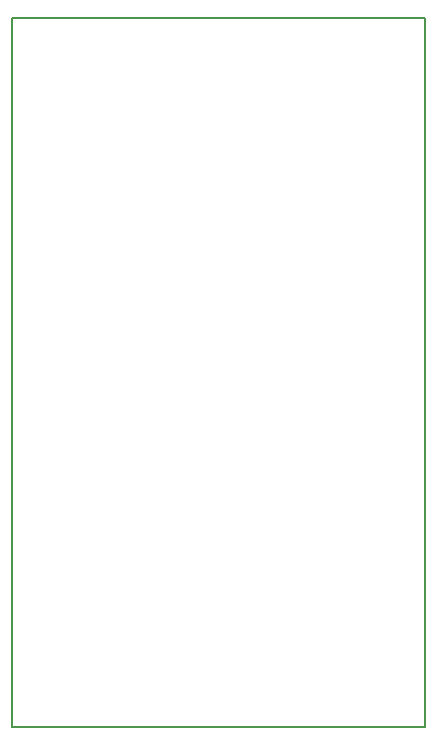
<source format=gbr>
%FSTAX42Y42*%
%MOMM*%
%SFA1B1*%

%IPPOS*%
%ADD24C,0.199898*%
%LNpcb_monitoring_connecta10-1*%
%LPD*%
G54D24*
X-003499Y0D02*
X0D01*
Y006*
X-003499D02*
X0D01*
X-003499Y0D02*
Y006D01*
M02*
</source>
